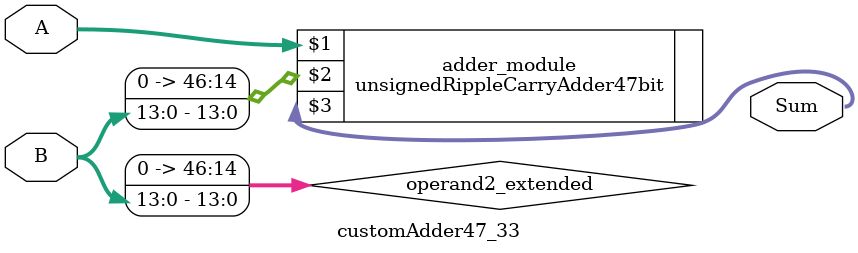
<source format=v>
module customAdder47_33(
                        input [46 : 0] A,
                        input [13 : 0] B,
                        
                        output [47 : 0] Sum
                );

        wire [46 : 0] operand2_extended;
        
        assign operand2_extended =  {33'b0, B};
        
        unsignedRippleCarryAdder47bit adder_module(
            A,
            operand2_extended,
            Sum
        );
        
        endmodule
        
</source>
